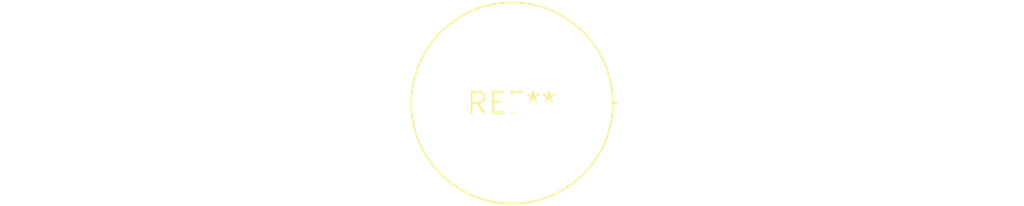
<source format=kicad_pcb>
(kicad_pcb (version 20240108) (generator pcbnew)
  (layers (0 "F.Cu" signal) (31 "B.Cu" signal) (34 "B.Paste" user) (35 "F.Paste" user) (36 "B.SilkS" user "B.Silkscreen") (37 "F.SilkS" user "F.Silkscreen") (38 "B.Mask" user) (39 "F.Mask" user) (44 "Edge.Cuts" user))
  (net 0 "")
  (footprint "L_Axial_L17.5mm_D12.0mm_P7.62mm_Vertical_Vishay_IM-10-46" (layer "F.Cu") (at 0 0)
    (property "Reference" "REF**")
    (property "Value" "L_Axial_L17.5mm_D12.0mm_P7.62mm_Vertical_Vishay_IM-10-46")
    (fp_line (start 6.12 0) (end 6.32 0) (layer "F.SilkS") (stroke (width 0.12)))
    (fp_circle (center 0 0) (end 6.12 0) (layer "F.SilkS") (stroke (width 0.12)) (fill none))
    (pad "1" thru_hole circle (at 0 0) (size 2 2) (drill 1) (layers *.Cu *.Mask) (remove_unused_layers))
    (pad "2" thru_hole oval (at 7.62 0) (size 2 2) (drill 1) (layers *.Cu *.Mask) (remove_unused_layers))
  )
)
</source>
